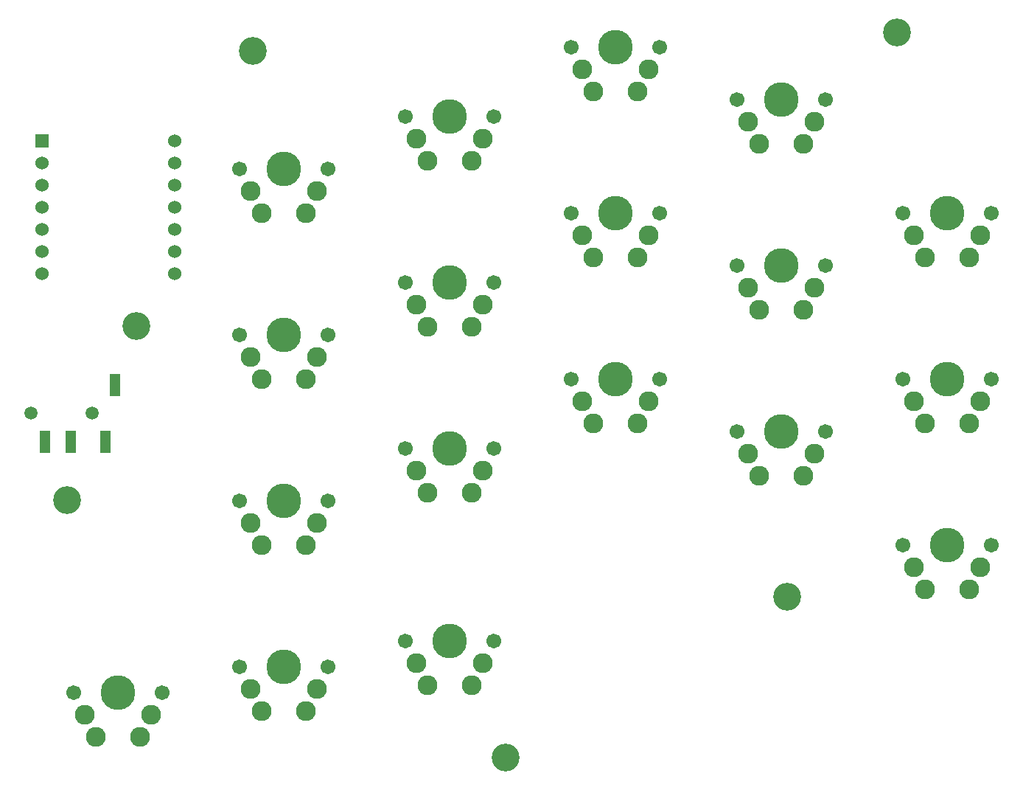
<source format=gbr>
%TF.GenerationSoftware,KiCad,Pcbnew,(6.0.4)*%
%TF.CreationDate,2022-04-22T20:25:04+08:00*%
%TF.ProjectId,Slice36,536c6963-6533-4362-9e6b-696361645f70,rev?*%
%TF.SameCoordinates,Original*%
%TF.FileFunction,Soldermask,Bot*%
%TF.FilePolarity,Negative*%
%FSLAX46Y46*%
G04 Gerber Fmt 4.6, Leading zero omitted, Abs format (unit mm)*
G04 Created by KiCad (PCBNEW (6.0.4)) date 2022-04-22 20:25:04*
%MOMM*%
%LPD*%
G01*
G04 APERTURE LIST*
%ADD10C,1.701800*%
%ADD11C,3.987800*%
%ADD12C,2.286000*%
%ADD13C,3.200000*%
%ADD14C,1.500000*%
%ADD15R,1.524000X1.524000*%
%ADD16C,1.524000*%
%ADD17R,1.200000X2.500000*%
G04 APERTURE END LIST*
D10*
%TO.C,Sw1*%
X27770000Y-155100000D03*
D11*
X32850000Y-155100000D03*
D10*
X37930000Y-155100000D03*
D12*
X36660000Y-157640000D03*
X35390000Y-160180000D03*
X29040000Y-157640000D03*
X30310000Y-160180000D03*
%TD*%
D10*
%TO.C,Sw10*%
X84920000Y-80950000D03*
X95080000Y-80950000D03*
D11*
X90000000Y-80950000D03*
D12*
X93810000Y-83490000D03*
X92540000Y-86030000D03*
X87460000Y-86030000D03*
X86190000Y-83490000D03*
%TD*%
D13*
%TO.C,REF\u002A\u002A*%
X77400000Y-162475000D03*
%TD*%
%TO.C,REF\u002A\u002A*%
X27000000Y-133000000D03*
%TD*%
D11*
%TO.C,Sw2*%
X51900000Y-152100000D03*
D10*
X56980000Y-152100000D03*
X46820000Y-152100000D03*
D12*
X54440000Y-157180000D03*
X55710000Y-154640000D03*
X48090000Y-154640000D03*
X49360000Y-157180000D03*
%TD*%
D11*
%TO.C,Sw8*%
X70950000Y-108000000D03*
D10*
X76030000Y-108000000D03*
X65870000Y-108000000D03*
D12*
X74760000Y-110540000D03*
X73490000Y-113080000D03*
X68410000Y-113080000D03*
X67140000Y-110540000D03*
%TD*%
D10*
%TO.C,Sw7*%
X76030000Y-88950000D03*
D11*
X70950000Y-88950000D03*
D10*
X65870000Y-88950000D03*
D12*
X73490000Y-94030000D03*
X74760000Y-91490000D03*
X67140000Y-91490000D03*
X68410000Y-94030000D03*
%TD*%
D13*
%TO.C,REF\u002A\u002A*%
X48400000Y-81425000D03*
%TD*%
D11*
%TO.C,Sw15*%
X109050000Y-125050000D03*
D10*
X103970000Y-125050000D03*
X114130000Y-125050000D03*
D12*
X111590000Y-130130000D03*
X112860000Y-127590000D03*
X105240000Y-127590000D03*
X106510000Y-130130000D03*
%TD*%
D13*
%TO.C,REF\u002A\u002A*%
X122400000Y-79300000D03*
%TD*%
D14*
%TO.C,J2*%
X22875000Y-123000000D03*
X29875000Y-123000000D03*
%TD*%
D13*
%TO.C,REF\u002A\u002A*%
X109775000Y-144075000D03*
%TD*%
D10*
%TO.C,Sw5*%
X56980000Y-114000000D03*
D11*
X51900000Y-114000000D03*
D10*
X46820000Y-114000000D03*
D12*
X54440000Y-119080000D03*
X55710000Y-116540000D03*
X49360000Y-119080000D03*
X48090000Y-116540000D03*
%TD*%
D10*
%TO.C,Sw16*%
X123020000Y-100000000D03*
D11*
X128100000Y-100000000D03*
D10*
X133180000Y-100000000D03*
D12*
X131910000Y-102540000D03*
X130640000Y-105080000D03*
X124290000Y-102540000D03*
X125560000Y-105080000D03*
%TD*%
D10*
%TO.C,Sw12*%
X95080000Y-119050000D03*
D11*
X90000000Y-119050000D03*
D10*
X84920000Y-119050000D03*
D12*
X92540000Y-124130000D03*
X93810000Y-121590000D03*
X86190000Y-121590000D03*
X87460000Y-124130000D03*
%TD*%
D11*
%TO.C,Sw11*%
X90000000Y-100000000D03*
D10*
X84920000Y-100000000D03*
X95080000Y-100000000D03*
D12*
X92540000Y-105080000D03*
X93810000Y-102540000D03*
X87460000Y-105080000D03*
X86190000Y-102540000D03*
%TD*%
D13*
%TO.C,REF\u002A\u002A*%
X35000000Y-113000000D03*
%TD*%
D10*
%TO.C,Sw17*%
X123020000Y-119050000D03*
X133180000Y-119050000D03*
D11*
X128100000Y-119050000D03*
D12*
X131910000Y-121590000D03*
X130640000Y-124130000D03*
X125560000Y-124130000D03*
X124290000Y-121590000D03*
%TD*%
D15*
%TO.C,U1*%
X24150000Y-91770000D03*
D16*
X24150000Y-94310000D03*
X24150000Y-96850000D03*
X24150000Y-99390000D03*
X24150000Y-101930000D03*
X24150000Y-104470000D03*
X24150000Y-107010000D03*
X39390000Y-107010000D03*
X39390000Y-104470000D03*
X39390000Y-101930000D03*
X39390000Y-99390000D03*
X39390000Y-96850000D03*
X39390000Y-94310000D03*
X39390000Y-91770000D03*
%TD*%
D10*
%TO.C,Sw3*%
X65870000Y-149100000D03*
D11*
X70950000Y-149100000D03*
D10*
X76030000Y-149100000D03*
D12*
X73490000Y-154180000D03*
X74760000Y-151640000D03*
X67140000Y-151640000D03*
X68410000Y-154180000D03*
%TD*%
D11*
%TO.C,Sw13*%
X109050000Y-86950000D03*
D10*
X103970000Y-86950000D03*
X114130000Y-86950000D03*
D12*
X112860000Y-89490000D03*
X111590000Y-92030000D03*
X106510000Y-92030000D03*
X105240000Y-89490000D03*
%TD*%
D11*
%TO.C,Sw9*%
X70950000Y-127050000D03*
D10*
X76030000Y-127050000D03*
X65870000Y-127050000D03*
D12*
X74760000Y-129590000D03*
X73490000Y-132130000D03*
X68410000Y-132130000D03*
X67140000Y-129590000D03*
%TD*%
D11*
%TO.C,Sw4*%
X51900000Y-94950000D03*
D10*
X56980000Y-94950000D03*
X46820000Y-94950000D03*
D12*
X54440000Y-100030000D03*
X55710000Y-97490000D03*
X49360000Y-100030000D03*
X48090000Y-97490000D03*
%TD*%
D11*
%TO.C,Sw6*%
X51900000Y-133050000D03*
D10*
X56980000Y-133050000D03*
X46820000Y-133050000D03*
D12*
X55710000Y-135590000D03*
X54440000Y-138130000D03*
X49360000Y-138130000D03*
X48090000Y-135590000D03*
%TD*%
D10*
%TO.C,Sw18*%
X123020000Y-138100000D03*
D11*
X128100000Y-138100000D03*
D10*
X133180000Y-138100000D03*
D12*
X130640000Y-143180000D03*
X131910000Y-140640000D03*
X124290000Y-140640000D03*
X125560000Y-143180000D03*
%TD*%
D10*
%TO.C,Sw14*%
X114130000Y-106000000D03*
X103970000Y-106000000D03*
D11*
X109050000Y-106000000D03*
D12*
X111590000Y-111080000D03*
X112860000Y-108540000D03*
X106510000Y-111080000D03*
X105240000Y-108540000D03*
%TD*%
D14*
%TO.C,J1*%
X29875000Y-123000000D03*
X22875000Y-123000000D03*
D17*
X27475000Y-126250000D03*
X24475000Y-126250000D03*
X32575000Y-119750000D03*
X31475000Y-126250000D03*
%TD*%
M02*

</source>
